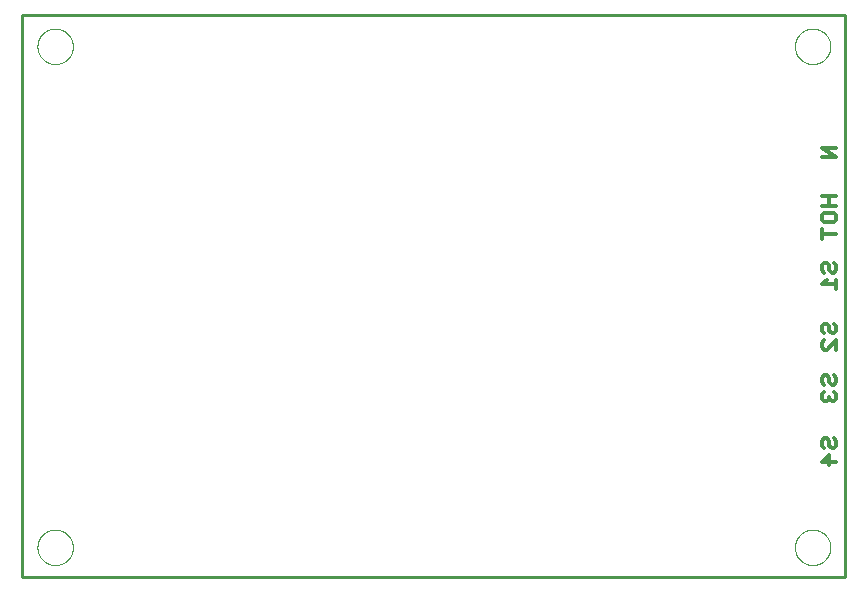
<source format=gbo>
G75*
%MOIN*%
%OFA0B0*%
%FSLAX25Y25*%
%IPPOS*%
%LPD*%
%AMOC8*
5,1,8,0,0,1.08239X$1,22.5*
%
%ADD10C,0.01000*%
%ADD11C,0.01200*%
%ADD12C,0.00000*%
D10*
X0039800Y0028800D02*
X0039800Y0216261D01*
X0314001Y0216261D01*
X0314001Y0028800D01*
X0039800Y0028800D01*
D11*
X0306396Y0067173D02*
X0308798Y0069575D01*
X0308798Y0066373D01*
X0311200Y0067173D02*
X0306396Y0067173D01*
X0307197Y0071897D02*
X0306396Y0072698D01*
X0306396Y0074299D01*
X0307197Y0075100D01*
X0307997Y0075100D01*
X0308798Y0074299D01*
X0308798Y0072698D01*
X0309599Y0071897D01*
X0310399Y0071897D01*
X0311200Y0072698D01*
X0311200Y0074299D01*
X0310399Y0075100D01*
X0310399Y0087473D02*
X0311200Y0088273D01*
X0311200Y0089875D01*
X0310399Y0090675D01*
X0308798Y0089074D02*
X0308798Y0088273D01*
X0309599Y0087473D01*
X0310399Y0087473D01*
X0308798Y0088273D02*
X0307997Y0087473D01*
X0307197Y0087473D01*
X0306396Y0088273D01*
X0306396Y0089875D01*
X0307197Y0090675D01*
X0307197Y0092997D02*
X0306396Y0093798D01*
X0306396Y0095399D01*
X0307197Y0096200D01*
X0307997Y0096200D01*
X0308798Y0095399D01*
X0308798Y0093798D01*
X0309599Y0092997D01*
X0310399Y0092997D01*
X0311200Y0093798D01*
X0311200Y0095399D01*
X0310399Y0096200D01*
X0311200Y0104673D02*
X0311200Y0107875D01*
X0307997Y0104673D01*
X0307197Y0104673D01*
X0306396Y0105473D01*
X0306396Y0107075D01*
X0307197Y0107875D01*
X0307197Y0110197D02*
X0306396Y0110998D01*
X0306396Y0112599D01*
X0307197Y0113400D01*
X0307997Y0113400D01*
X0308798Y0112599D01*
X0308798Y0110998D01*
X0309599Y0110197D01*
X0310399Y0110197D01*
X0311200Y0110998D01*
X0311200Y0112599D01*
X0310399Y0113400D01*
X0311200Y0124873D02*
X0311200Y0128075D01*
X0311200Y0126474D02*
X0306396Y0126474D01*
X0307997Y0128075D01*
X0307197Y0130397D02*
X0306396Y0131198D01*
X0306396Y0132799D01*
X0307197Y0133600D01*
X0307997Y0133600D01*
X0308798Y0132799D01*
X0308798Y0131198D01*
X0309599Y0130397D01*
X0310399Y0130397D01*
X0311200Y0131198D01*
X0311200Y0132799D01*
X0310399Y0133600D01*
X0306396Y0141648D02*
X0306396Y0144851D01*
X0306396Y0143249D02*
X0311200Y0143249D01*
X0310399Y0147173D02*
X0307197Y0147173D01*
X0306396Y0147973D01*
X0306396Y0149575D01*
X0307197Y0150375D01*
X0310399Y0150375D01*
X0311200Y0149575D01*
X0311200Y0147973D01*
X0310399Y0147173D01*
X0311200Y0152697D02*
X0306396Y0152697D01*
X0308798Y0152697D02*
X0308798Y0155900D01*
X0311200Y0155900D02*
X0306396Y0155900D01*
X0306400Y0168875D02*
X0311204Y0168875D01*
X0306400Y0172078D01*
X0311204Y0172078D01*
D12*
X0297394Y0205800D02*
X0297396Y0205953D01*
X0297402Y0206107D01*
X0297412Y0206260D01*
X0297426Y0206412D01*
X0297444Y0206565D01*
X0297466Y0206716D01*
X0297491Y0206867D01*
X0297521Y0207018D01*
X0297555Y0207168D01*
X0297592Y0207316D01*
X0297633Y0207464D01*
X0297678Y0207610D01*
X0297727Y0207756D01*
X0297780Y0207900D01*
X0297836Y0208042D01*
X0297896Y0208183D01*
X0297960Y0208323D01*
X0298027Y0208461D01*
X0298098Y0208597D01*
X0298173Y0208731D01*
X0298250Y0208863D01*
X0298332Y0208993D01*
X0298416Y0209121D01*
X0298504Y0209247D01*
X0298595Y0209370D01*
X0298689Y0209491D01*
X0298787Y0209609D01*
X0298887Y0209725D01*
X0298991Y0209838D01*
X0299097Y0209949D01*
X0299206Y0210057D01*
X0299318Y0210162D01*
X0299432Y0210263D01*
X0299550Y0210362D01*
X0299669Y0210458D01*
X0299791Y0210551D01*
X0299916Y0210640D01*
X0300043Y0210727D01*
X0300172Y0210809D01*
X0300303Y0210889D01*
X0300436Y0210965D01*
X0300571Y0211038D01*
X0300708Y0211107D01*
X0300847Y0211172D01*
X0300987Y0211234D01*
X0301129Y0211292D01*
X0301272Y0211347D01*
X0301417Y0211398D01*
X0301563Y0211445D01*
X0301710Y0211488D01*
X0301858Y0211527D01*
X0302007Y0211563D01*
X0302157Y0211594D01*
X0302308Y0211622D01*
X0302459Y0211646D01*
X0302612Y0211666D01*
X0302764Y0211682D01*
X0302917Y0211694D01*
X0303070Y0211702D01*
X0303223Y0211706D01*
X0303377Y0211706D01*
X0303530Y0211702D01*
X0303683Y0211694D01*
X0303836Y0211682D01*
X0303988Y0211666D01*
X0304141Y0211646D01*
X0304292Y0211622D01*
X0304443Y0211594D01*
X0304593Y0211563D01*
X0304742Y0211527D01*
X0304890Y0211488D01*
X0305037Y0211445D01*
X0305183Y0211398D01*
X0305328Y0211347D01*
X0305471Y0211292D01*
X0305613Y0211234D01*
X0305753Y0211172D01*
X0305892Y0211107D01*
X0306029Y0211038D01*
X0306164Y0210965D01*
X0306297Y0210889D01*
X0306428Y0210809D01*
X0306557Y0210727D01*
X0306684Y0210640D01*
X0306809Y0210551D01*
X0306931Y0210458D01*
X0307050Y0210362D01*
X0307168Y0210263D01*
X0307282Y0210162D01*
X0307394Y0210057D01*
X0307503Y0209949D01*
X0307609Y0209838D01*
X0307713Y0209725D01*
X0307813Y0209609D01*
X0307911Y0209491D01*
X0308005Y0209370D01*
X0308096Y0209247D01*
X0308184Y0209121D01*
X0308268Y0208993D01*
X0308350Y0208863D01*
X0308427Y0208731D01*
X0308502Y0208597D01*
X0308573Y0208461D01*
X0308640Y0208323D01*
X0308704Y0208183D01*
X0308764Y0208042D01*
X0308820Y0207900D01*
X0308873Y0207756D01*
X0308922Y0207610D01*
X0308967Y0207464D01*
X0309008Y0207316D01*
X0309045Y0207168D01*
X0309079Y0207018D01*
X0309109Y0206867D01*
X0309134Y0206716D01*
X0309156Y0206565D01*
X0309174Y0206412D01*
X0309188Y0206260D01*
X0309198Y0206107D01*
X0309204Y0205953D01*
X0309206Y0205800D01*
X0309204Y0205647D01*
X0309198Y0205493D01*
X0309188Y0205340D01*
X0309174Y0205188D01*
X0309156Y0205035D01*
X0309134Y0204884D01*
X0309109Y0204733D01*
X0309079Y0204582D01*
X0309045Y0204432D01*
X0309008Y0204284D01*
X0308967Y0204136D01*
X0308922Y0203990D01*
X0308873Y0203844D01*
X0308820Y0203700D01*
X0308764Y0203558D01*
X0308704Y0203417D01*
X0308640Y0203277D01*
X0308573Y0203139D01*
X0308502Y0203003D01*
X0308427Y0202869D01*
X0308350Y0202737D01*
X0308268Y0202607D01*
X0308184Y0202479D01*
X0308096Y0202353D01*
X0308005Y0202230D01*
X0307911Y0202109D01*
X0307813Y0201991D01*
X0307713Y0201875D01*
X0307609Y0201762D01*
X0307503Y0201651D01*
X0307394Y0201543D01*
X0307282Y0201438D01*
X0307168Y0201337D01*
X0307050Y0201238D01*
X0306931Y0201142D01*
X0306809Y0201049D01*
X0306684Y0200960D01*
X0306557Y0200873D01*
X0306428Y0200791D01*
X0306297Y0200711D01*
X0306164Y0200635D01*
X0306029Y0200562D01*
X0305892Y0200493D01*
X0305753Y0200428D01*
X0305613Y0200366D01*
X0305471Y0200308D01*
X0305328Y0200253D01*
X0305183Y0200202D01*
X0305037Y0200155D01*
X0304890Y0200112D01*
X0304742Y0200073D01*
X0304593Y0200037D01*
X0304443Y0200006D01*
X0304292Y0199978D01*
X0304141Y0199954D01*
X0303988Y0199934D01*
X0303836Y0199918D01*
X0303683Y0199906D01*
X0303530Y0199898D01*
X0303377Y0199894D01*
X0303223Y0199894D01*
X0303070Y0199898D01*
X0302917Y0199906D01*
X0302764Y0199918D01*
X0302612Y0199934D01*
X0302459Y0199954D01*
X0302308Y0199978D01*
X0302157Y0200006D01*
X0302007Y0200037D01*
X0301858Y0200073D01*
X0301710Y0200112D01*
X0301563Y0200155D01*
X0301417Y0200202D01*
X0301272Y0200253D01*
X0301129Y0200308D01*
X0300987Y0200366D01*
X0300847Y0200428D01*
X0300708Y0200493D01*
X0300571Y0200562D01*
X0300436Y0200635D01*
X0300303Y0200711D01*
X0300172Y0200791D01*
X0300043Y0200873D01*
X0299916Y0200960D01*
X0299791Y0201049D01*
X0299669Y0201142D01*
X0299550Y0201238D01*
X0299432Y0201337D01*
X0299318Y0201438D01*
X0299206Y0201543D01*
X0299097Y0201651D01*
X0298991Y0201762D01*
X0298887Y0201875D01*
X0298787Y0201991D01*
X0298689Y0202109D01*
X0298595Y0202230D01*
X0298504Y0202353D01*
X0298416Y0202479D01*
X0298332Y0202607D01*
X0298250Y0202737D01*
X0298173Y0202869D01*
X0298098Y0203003D01*
X0298027Y0203139D01*
X0297960Y0203277D01*
X0297896Y0203417D01*
X0297836Y0203558D01*
X0297780Y0203700D01*
X0297727Y0203844D01*
X0297678Y0203990D01*
X0297633Y0204136D01*
X0297592Y0204284D01*
X0297555Y0204432D01*
X0297521Y0204582D01*
X0297491Y0204733D01*
X0297466Y0204884D01*
X0297444Y0205035D01*
X0297426Y0205188D01*
X0297412Y0205340D01*
X0297402Y0205493D01*
X0297396Y0205647D01*
X0297394Y0205800D01*
X0044894Y0205800D02*
X0044896Y0205953D01*
X0044902Y0206107D01*
X0044912Y0206260D01*
X0044926Y0206412D01*
X0044944Y0206565D01*
X0044966Y0206716D01*
X0044991Y0206867D01*
X0045021Y0207018D01*
X0045055Y0207168D01*
X0045092Y0207316D01*
X0045133Y0207464D01*
X0045178Y0207610D01*
X0045227Y0207756D01*
X0045280Y0207900D01*
X0045336Y0208042D01*
X0045396Y0208183D01*
X0045460Y0208323D01*
X0045527Y0208461D01*
X0045598Y0208597D01*
X0045673Y0208731D01*
X0045750Y0208863D01*
X0045832Y0208993D01*
X0045916Y0209121D01*
X0046004Y0209247D01*
X0046095Y0209370D01*
X0046189Y0209491D01*
X0046287Y0209609D01*
X0046387Y0209725D01*
X0046491Y0209838D01*
X0046597Y0209949D01*
X0046706Y0210057D01*
X0046818Y0210162D01*
X0046932Y0210263D01*
X0047050Y0210362D01*
X0047169Y0210458D01*
X0047291Y0210551D01*
X0047416Y0210640D01*
X0047543Y0210727D01*
X0047672Y0210809D01*
X0047803Y0210889D01*
X0047936Y0210965D01*
X0048071Y0211038D01*
X0048208Y0211107D01*
X0048347Y0211172D01*
X0048487Y0211234D01*
X0048629Y0211292D01*
X0048772Y0211347D01*
X0048917Y0211398D01*
X0049063Y0211445D01*
X0049210Y0211488D01*
X0049358Y0211527D01*
X0049507Y0211563D01*
X0049657Y0211594D01*
X0049808Y0211622D01*
X0049959Y0211646D01*
X0050112Y0211666D01*
X0050264Y0211682D01*
X0050417Y0211694D01*
X0050570Y0211702D01*
X0050723Y0211706D01*
X0050877Y0211706D01*
X0051030Y0211702D01*
X0051183Y0211694D01*
X0051336Y0211682D01*
X0051488Y0211666D01*
X0051641Y0211646D01*
X0051792Y0211622D01*
X0051943Y0211594D01*
X0052093Y0211563D01*
X0052242Y0211527D01*
X0052390Y0211488D01*
X0052537Y0211445D01*
X0052683Y0211398D01*
X0052828Y0211347D01*
X0052971Y0211292D01*
X0053113Y0211234D01*
X0053253Y0211172D01*
X0053392Y0211107D01*
X0053529Y0211038D01*
X0053664Y0210965D01*
X0053797Y0210889D01*
X0053928Y0210809D01*
X0054057Y0210727D01*
X0054184Y0210640D01*
X0054309Y0210551D01*
X0054431Y0210458D01*
X0054550Y0210362D01*
X0054668Y0210263D01*
X0054782Y0210162D01*
X0054894Y0210057D01*
X0055003Y0209949D01*
X0055109Y0209838D01*
X0055213Y0209725D01*
X0055313Y0209609D01*
X0055411Y0209491D01*
X0055505Y0209370D01*
X0055596Y0209247D01*
X0055684Y0209121D01*
X0055768Y0208993D01*
X0055850Y0208863D01*
X0055927Y0208731D01*
X0056002Y0208597D01*
X0056073Y0208461D01*
X0056140Y0208323D01*
X0056204Y0208183D01*
X0056264Y0208042D01*
X0056320Y0207900D01*
X0056373Y0207756D01*
X0056422Y0207610D01*
X0056467Y0207464D01*
X0056508Y0207316D01*
X0056545Y0207168D01*
X0056579Y0207018D01*
X0056609Y0206867D01*
X0056634Y0206716D01*
X0056656Y0206565D01*
X0056674Y0206412D01*
X0056688Y0206260D01*
X0056698Y0206107D01*
X0056704Y0205953D01*
X0056706Y0205800D01*
X0056704Y0205647D01*
X0056698Y0205493D01*
X0056688Y0205340D01*
X0056674Y0205188D01*
X0056656Y0205035D01*
X0056634Y0204884D01*
X0056609Y0204733D01*
X0056579Y0204582D01*
X0056545Y0204432D01*
X0056508Y0204284D01*
X0056467Y0204136D01*
X0056422Y0203990D01*
X0056373Y0203844D01*
X0056320Y0203700D01*
X0056264Y0203558D01*
X0056204Y0203417D01*
X0056140Y0203277D01*
X0056073Y0203139D01*
X0056002Y0203003D01*
X0055927Y0202869D01*
X0055850Y0202737D01*
X0055768Y0202607D01*
X0055684Y0202479D01*
X0055596Y0202353D01*
X0055505Y0202230D01*
X0055411Y0202109D01*
X0055313Y0201991D01*
X0055213Y0201875D01*
X0055109Y0201762D01*
X0055003Y0201651D01*
X0054894Y0201543D01*
X0054782Y0201438D01*
X0054668Y0201337D01*
X0054550Y0201238D01*
X0054431Y0201142D01*
X0054309Y0201049D01*
X0054184Y0200960D01*
X0054057Y0200873D01*
X0053928Y0200791D01*
X0053797Y0200711D01*
X0053664Y0200635D01*
X0053529Y0200562D01*
X0053392Y0200493D01*
X0053253Y0200428D01*
X0053113Y0200366D01*
X0052971Y0200308D01*
X0052828Y0200253D01*
X0052683Y0200202D01*
X0052537Y0200155D01*
X0052390Y0200112D01*
X0052242Y0200073D01*
X0052093Y0200037D01*
X0051943Y0200006D01*
X0051792Y0199978D01*
X0051641Y0199954D01*
X0051488Y0199934D01*
X0051336Y0199918D01*
X0051183Y0199906D01*
X0051030Y0199898D01*
X0050877Y0199894D01*
X0050723Y0199894D01*
X0050570Y0199898D01*
X0050417Y0199906D01*
X0050264Y0199918D01*
X0050112Y0199934D01*
X0049959Y0199954D01*
X0049808Y0199978D01*
X0049657Y0200006D01*
X0049507Y0200037D01*
X0049358Y0200073D01*
X0049210Y0200112D01*
X0049063Y0200155D01*
X0048917Y0200202D01*
X0048772Y0200253D01*
X0048629Y0200308D01*
X0048487Y0200366D01*
X0048347Y0200428D01*
X0048208Y0200493D01*
X0048071Y0200562D01*
X0047936Y0200635D01*
X0047803Y0200711D01*
X0047672Y0200791D01*
X0047543Y0200873D01*
X0047416Y0200960D01*
X0047291Y0201049D01*
X0047169Y0201142D01*
X0047050Y0201238D01*
X0046932Y0201337D01*
X0046818Y0201438D01*
X0046706Y0201543D01*
X0046597Y0201651D01*
X0046491Y0201762D01*
X0046387Y0201875D01*
X0046287Y0201991D01*
X0046189Y0202109D01*
X0046095Y0202230D01*
X0046004Y0202353D01*
X0045916Y0202479D01*
X0045832Y0202607D01*
X0045750Y0202737D01*
X0045673Y0202869D01*
X0045598Y0203003D01*
X0045527Y0203139D01*
X0045460Y0203277D01*
X0045396Y0203417D01*
X0045336Y0203558D01*
X0045280Y0203700D01*
X0045227Y0203844D01*
X0045178Y0203990D01*
X0045133Y0204136D01*
X0045092Y0204284D01*
X0045055Y0204432D01*
X0045021Y0204582D01*
X0044991Y0204733D01*
X0044966Y0204884D01*
X0044944Y0205035D01*
X0044926Y0205188D01*
X0044912Y0205340D01*
X0044902Y0205493D01*
X0044896Y0205647D01*
X0044894Y0205800D01*
X0044894Y0038800D02*
X0044896Y0038953D01*
X0044902Y0039107D01*
X0044912Y0039260D01*
X0044926Y0039412D01*
X0044944Y0039565D01*
X0044966Y0039716D01*
X0044991Y0039867D01*
X0045021Y0040018D01*
X0045055Y0040168D01*
X0045092Y0040316D01*
X0045133Y0040464D01*
X0045178Y0040610D01*
X0045227Y0040756D01*
X0045280Y0040900D01*
X0045336Y0041042D01*
X0045396Y0041183D01*
X0045460Y0041323D01*
X0045527Y0041461D01*
X0045598Y0041597D01*
X0045673Y0041731D01*
X0045750Y0041863D01*
X0045832Y0041993D01*
X0045916Y0042121D01*
X0046004Y0042247D01*
X0046095Y0042370D01*
X0046189Y0042491D01*
X0046287Y0042609D01*
X0046387Y0042725D01*
X0046491Y0042838D01*
X0046597Y0042949D01*
X0046706Y0043057D01*
X0046818Y0043162D01*
X0046932Y0043263D01*
X0047050Y0043362D01*
X0047169Y0043458D01*
X0047291Y0043551D01*
X0047416Y0043640D01*
X0047543Y0043727D01*
X0047672Y0043809D01*
X0047803Y0043889D01*
X0047936Y0043965D01*
X0048071Y0044038D01*
X0048208Y0044107D01*
X0048347Y0044172D01*
X0048487Y0044234D01*
X0048629Y0044292D01*
X0048772Y0044347D01*
X0048917Y0044398D01*
X0049063Y0044445D01*
X0049210Y0044488D01*
X0049358Y0044527D01*
X0049507Y0044563D01*
X0049657Y0044594D01*
X0049808Y0044622D01*
X0049959Y0044646D01*
X0050112Y0044666D01*
X0050264Y0044682D01*
X0050417Y0044694D01*
X0050570Y0044702D01*
X0050723Y0044706D01*
X0050877Y0044706D01*
X0051030Y0044702D01*
X0051183Y0044694D01*
X0051336Y0044682D01*
X0051488Y0044666D01*
X0051641Y0044646D01*
X0051792Y0044622D01*
X0051943Y0044594D01*
X0052093Y0044563D01*
X0052242Y0044527D01*
X0052390Y0044488D01*
X0052537Y0044445D01*
X0052683Y0044398D01*
X0052828Y0044347D01*
X0052971Y0044292D01*
X0053113Y0044234D01*
X0053253Y0044172D01*
X0053392Y0044107D01*
X0053529Y0044038D01*
X0053664Y0043965D01*
X0053797Y0043889D01*
X0053928Y0043809D01*
X0054057Y0043727D01*
X0054184Y0043640D01*
X0054309Y0043551D01*
X0054431Y0043458D01*
X0054550Y0043362D01*
X0054668Y0043263D01*
X0054782Y0043162D01*
X0054894Y0043057D01*
X0055003Y0042949D01*
X0055109Y0042838D01*
X0055213Y0042725D01*
X0055313Y0042609D01*
X0055411Y0042491D01*
X0055505Y0042370D01*
X0055596Y0042247D01*
X0055684Y0042121D01*
X0055768Y0041993D01*
X0055850Y0041863D01*
X0055927Y0041731D01*
X0056002Y0041597D01*
X0056073Y0041461D01*
X0056140Y0041323D01*
X0056204Y0041183D01*
X0056264Y0041042D01*
X0056320Y0040900D01*
X0056373Y0040756D01*
X0056422Y0040610D01*
X0056467Y0040464D01*
X0056508Y0040316D01*
X0056545Y0040168D01*
X0056579Y0040018D01*
X0056609Y0039867D01*
X0056634Y0039716D01*
X0056656Y0039565D01*
X0056674Y0039412D01*
X0056688Y0039260D01*
X0056698Y0039107D01*
X0056704Y0038953D01*
X0056706Y0038800D01*
X0056704Y0038647D01*
X0056698Y0038493D01*
X0056688Y0038340D01*
X0056674Y0038188D01*
X0056656Y0038035D01*
X0056634Y0037884D01*
X0056609Y0037733D01*
X0056579Y0037582D01*
X0056545Y0037432D01*
X0056508Y0037284D01*
X0056467Y0037136D01*
X0056422Y0036990D01*
X0056373Y0036844D01*
X0056320Y0036700D01*
X0056264Y0036558D01*
X0056204Y0036417D01*
X0056140Y0036277D01*
X0056073Y0036139D01*
X0056002Y0036003D01*
X0055927Y0035869D01*
X0055850Y0035737D01*
X0055768Y0035607D01*
X0055684Y0035479D01*
X0055596Y0035353D01*
X0055505Y0035230D01*
X0055411Y0035109D01*
X0055313Y0034991D01*
X0055213Y0034875D01*
X0055109Y0034762D01*
X0055003Y0034651D01*
X0054894Y0034543D01*
X0054782Y0034438D01*
X0054668Y0034337D01*
X0054550Y0034238D01*
X0054431Y0034142D01*
X0054309Y0034049D01*
X0054184Y0033960D01*
X0054057Y0033873D01*
X0053928Y0033791D01*
X0053797Y0033711D01*
X0053664Y0033635D01*
X0053529Y0033562D01*
X0053392Y0033493D01*
X0053253Y0033428D01*
X0053113Y0033366D01*
X0052971Y0033308D01*
X0052828Y0033253D01*
X0052683Y0033202D01*
X0052537Y0033155D01*
X0052390Y0033112D01*
X0052242Y0033073D01*
X0052093Y0033037D01*
X0051943Y0033006D01*
X0051792Y0032978D01*
X0051641Y0032954D01*
X0051488Y0032934D01*
X0051336Y0032918D01*
X0051183Y0032906D01*
X0051030Y0032898D01*
X0050877Y0032894D01*
X0050723Y0032894D01*
X0050570Y0032898D01*
X0050417Y0032906D01*
X0050264Y0032918D01*
X0050112Y0032934D01*
X0049959Y0032954D01*
X0049808Y0032978D01*
X0049657Y0033006D01*
X0049507Y0033037D01*
X0049358Y0033073D01*
X0049210Y0033112D01*
X0049063Y0033155D01*
X0048917Y0033202D01*
X0048772Y0033253D01*
X0048629Y0033308D01*
X0048487Y0033366D01*
X0048347Y0033428D01*
X0048208Y0033493D01*
X0048071Y0033562D01*
X0047936Y0033635D01*
X0047803Y0033711D01*
X0047672Y0033791D01*
X0047543Y0033873D01*
X0047416Y0033960D01*
X0047291Y0034049D01*
X0047169Y0034142D01*
X0047050Y0034238D01*
X0046932Y0034337D01*
X0046818Y0034438D01*
X0046706Y0034543D01*
X0046597Y0034651D01*
X0046491Y0034762D01*
X0046387Y0034875D01*
X0046287Y0034991D01*
X0046189Y0035109D01*
X0046095Y0035230D01*
X0046004Y0035353D01*
X0045916Y0035479D01*
X0045832Y0035607D01*
X0045750Y0035737D01*
X0045673Y0035869D01*
X0045598Y0036003D01*
X0045527Y0036139D01*
X0045460Y0036277D01*
X0045396Y0036417D01*
X0045336Y0036558D01*
X0045280Y0036700D01*
X0045227Y0036844D01*
X0045178Y0036990D01*
X0045133Y0037136D01*
X0045092Y0037284D01*
X0045055Y0037432D01*
X0045021Y0037582D01*
X0044991Y0037733D01*
X0044966Y0037884D01*
X0044944Y0038035D01*
X0044926Y0038188D01*
X0044912Y0038340D01*
X0044902Y0038493D01*
X0044896Y0038647D01*
X0044894Y0038800D01*
X0297394Y0038800D02*
X0297396Y0038953D01*
X0297402Y0039107D01*
X0297412Y0039260D01*
X0297426Y0039412D01*
X0297444Y0039565D01*
X0297466Y0039716D01*
X0297491Y0039867D01*
X0297521Y0040018D01*
X0297555Y0040168D01*
X0297592Y0040316D01*
X0297633Y0040464D01*
X0297678Y0040610D01*
X0297727Y0040756D01*
X0297780Y0040900D01*
X0297836Y0041042D01*
X0297896Y0041183D01*
X0297960Y0041323D01*
X0298027Y0041461D01*
X0298098Y0041597D01*
X0298173Y0041731D01*
X0298250Y0041863D01*
X0298332Y0041993D01*
X0298416Y0042121D01*
X0298504Y0042247D01*
X0298595Y0042370D01*
X0298689Y0042491D01*
X0298787Y0042609D01*
X0298887Y0042725D01*
X0298991Y0042838D01*
X0299097Y0042949D01*
X0299206Y0043057D01*
X0299318Y0043162D01*
X0299432Y0043263D01*
X0299550Y0043362D01*
X0299669Y0043458D01*
X0299791Y0043551D01*
X0299916Y0043640D01*
X0300043Y0043727D01*
X0300172Y0043809D01*
X0300303Y0043889D01*
X0300436Y0043965D01*
X0300571Y0044038D01*
X0300708Y0044107D01*
X0300847Y0044172D01*
X0300987Y0044234D01*
X0301129Y0044292D01*
X0301272Y0044347D01*
X0301417Y0044398D01*
X0301563Y0044445D01*
X0301710Y0044488D01*
X0301858Y0044527D01*
X0302007Y0044563D01*
X0302157Y0044594D01*
X0302308Y0044622D01*
X0302459Y0044646D01*
X0302612Y0044666D01*
X0302764Y0044682D01*
X0302917Y0044694D01*
X0303070Y0044702D01*
X0303223Y0044706D01*
X0303377Y0044706D01*
X0303530Y0044702D01*
X0303683Y0044694D01*
X0303836Y0044682D01*
X0303988Y0044666D01*
X0304141Y0044646D01*
X0304292Y0044622D01*
X0304443Y0044594D01*
X0304593Y0044563D01*
X0304742Y0044527D01*
X0304890Y0044488D01*
X0305037Y0044445D01*
X0305183Y0044398D01*
X0305328Y0044347D01*
X0305471Y0044292D01*
X0305613Y0044234D01*
X0305753Y0044172D01*
X0305892Y0044107D01*
X0306029Y0044038D01*
X0306164Y0043965D01*
X0306297Y0043889D01*
X0306428Y0043809D01*
X0306557Y0043727D01*
X0306684Y0043640D01*
X0306809Y0043551D01*
X0306931Y0043458D01*
X0307050Y0043362D01*
X0307168Y0043263D01*
X0307282Y0043162D01*
X0307394Y0043057D01*
X0307503Y0042949D01*
X0307609Y0042838D01*
X0307713Y0042725D01*
X0307813Y0042609D01*
X0307911Y0042491D01*
X0308005Y0042370D01*
X0308096Y0042247D01*
X0308184Y0042121D01*
X0308268Y0041993D01*
X0308350Y0041863D01*
X0308427Y0041731D01*
X0308502Y0041597D01*
X0308573Y0041461D01*
X0308640Y0041323D01*
X0308704Y0041183D01*
X0308764Y0041042D01*
X0308820Y0040900D01*
X0308873Y0040756D01*
X0308922Y0040610D01*
X0308967Y0040464D01*
X0309008Y0040316D01*
X0309045Y0040168D01*
X0309079Y0040018D01*
X0309109Y0039867D01*
X0309134Y0039716D01*
X0309156Y0039565D01*
X0309174Y0039412D01*
X0309188Y0039260D01*
X0309198Y0039107D01*
X0309204Y0038953D01*
X0309206Y0038800D01*
X0309204Y0038647D01*
X0309198Y0038493D01*
X0309188Y0038340D01*
X0309174Y0038188D01*
X0309156Y0038035D01*
X0309134Y0037884D01*
X0309109Y0037733D01*
X0309079Y0037582D01*
X0309045Y0037432D01*
X0309008Y0037284D01*
X0308967Y0037136D01*
X0308922Y0036990D01*
X0308873Y0036844D01*
X0308820Y0036700D01*
X0308764Y0036558D01*
X0308704Y0036417D01*
X0308640Y0036277D01*
X0308573Y0036139D01*
X0308502Y0036003D01*
X0308427Y0035869D01*
X0308350Y0035737D01*
X0308268Y0035607D01*
X0308184Y0035479D01*
X0308096Y0035353D01*
X0308005Y0035230D01*
X0307911Y0035109D01*
X0307813Y0034991D01*
X0307713Y0034875D01*
X0307609Y0034762D01*
X0307503Y0034651D01*
X0307394Y0034543D01*
X0307282Y0034438D01*
X0307168Y0034337D01*
X0307050Y0034238D01*
X0306931Y0034142D01*
X0306809Y0034049D01*
X0306684Y0033960D01*
X0306557Y0033873D01*
X0306428Y0033791D01*
X0306297Y0033711D01*
X0306164Y0033635D01*
X0306029Y0033562D01*
X0305892Y0033493D01*
X0305753Y0033428D01*
X0305613Y0033366D01*
X0305471Y0033308D01*
X0305328Y0033253D01*
X0305183Y0033202D01*
X0305037Y0033155D01*
X0304890Y0033112D01*
X0304742Y0033073D01*
X0304593Y0033037D01*
X0304443Y0033006D01*
X0304292Y0032978D01*
X0304141Y0032954D01*
X0303988Y0032934D01*
X0303836Y0032918D01*
X0303683Y0032906D01*
X0303530Y0032898D01*
X0303377Y0032894D01*
X0303223Y0032894D01*
X0303070Y0032898D01*
X0302917Y0032906D01*
X0302764Y0032918D01*
X0302612Y0032934D01*
X0302459Y0032954D01*
X0302308Y0032978D01*
X0302157Y0033006D01*
X0302007Y0033037D01*
X0301858Y0033073D01*
X0301710Y0033112D01*
X0301563Y0033155D01*
X0301417Y0033202D01*
X0301272Y0033253D01*
X0301129Y0033308D01*
X0300987Y0033366D01*
X0300847Y0033428D01*
X0300708Y0033493D01*
X0300571Y0033562D01*
X0300436Y0033635D01*
X0300303Y0033711D01*
X0300172Y0033791D01*
X0300043Y0033873D01*
X0299916Y0033960D01*
X0299791Y0034049D01*
X0299669Y0034142D01*
X0299550Y0034238D01*
X0299432Y0034337D01*
X0299318Y0034438D01*
X0299206Y0034543D01*
X0299097Y0034651D01*
X0298991Y0034762D01*
X0298887Y0034875D01*
X0298787Y0034991D01*
X0298689Y0035109D01*
X0298595Y0035230D01*
X0298504Y0035353D01*
X0298416Y0035479D01*
X0298332Y0035607D01*
X0298250Y0035737D01*
X0298173Y0035869D01*
X0298098Y0036003D01*
X0298027Y0036139D01*
X0297960Y0036277D01*
X0297896Y0036417D01*
X0297836Y0036558D01*
X0297780Y0036700D01*
X0297727Y0036844D01*
X0297678Y0036990D01*
X0297633Y0037136D01*
X0297592Y0037284D01*
X0297555Y0037432D01*
X0297521Y0037582D01*
X0297491Y0037733D01*
X0297466Y0037884D01*
X0297444Y0038035D01*
X0297426Y0038188D01*
X0297412Y0038340D01*
X0297402Y0038493D01*
X0297396Y0038647D01*
X0297394Y0038800D01*
M02*

</source>
